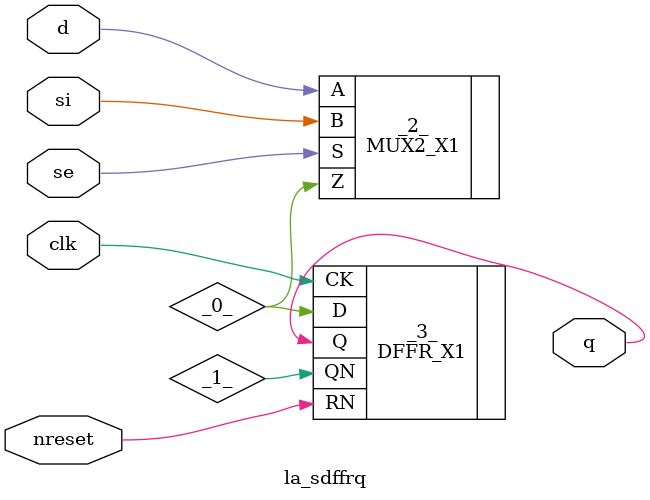
<source format=v>

/* Generated by Yosys 0.37 (git sha1 a5c7f69ed, clang 14.0.0-1ubuntu1.1 -fPIC -Os) */

module la_sdffrq(d, si, se, clk, nreset, q);
  wire _0_;
  wire _1_;
  input clk;
  wire clk;
  input d;
  wire d;
  input nreset;
  wire nreset;
  output q;
  wire q;
  input se;
  wire se;
  input si;
  wire si;
  MUX2_X1 _2_ (
    .A(d),
    .B(si),
    .S(se),
    .Z(_0_)
  );
  DFFR_X1 _3_ (
    .CK(clk),
    .D(_0_),
    .Q(q),
    .QN(_1_),
    .RN(nreset)
  );
endmodule

</source>
